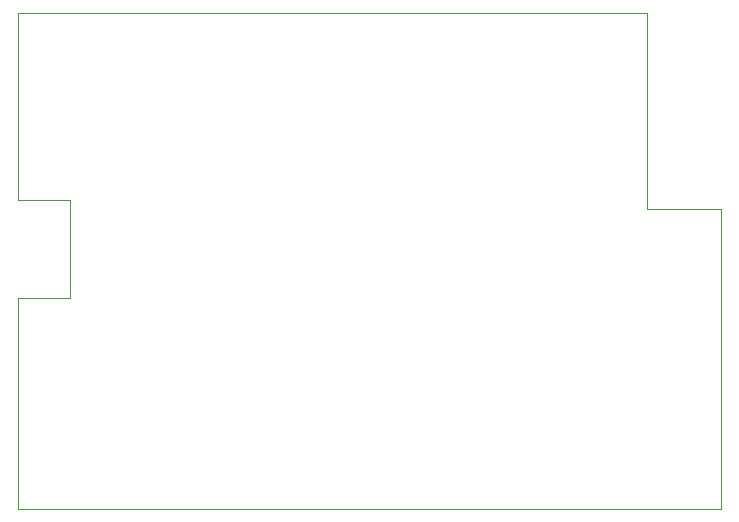
<source format=gko>
G04 ---------------------------- Layer name :KeepOutLayer*
G04 EasyEDA v5.7.22, Tue, 28 Aug 2018 07:39:09 GMT*
G04 bfd24f9e386c429bb71d77877026fdf2*
G04 Gerber Generator version 0.2*
G04 Scale: 100 percent, Rotated: No, Reflected: No *
G04 Dimensions in inches *
G04 leading zeros omitted , absolute positions ,2 integer and 4 decimal *
%FSLAX24Y24*%
%MOIN*%
G90*
G70D02*

%ADD10C,0.003000*%
G54D10*
G01X23426Y0D02*
G01X0Y0D01*
G01X0Y7034D01*
G01X1741Y7038D01*
G01X1741Y10317D01*
G01X0Y10315D01*
G01X0Y16534D01*
G01X20431Y16534D01*
G01X20971Y16534D01*
G01X20971Y10007D01*
G01X23426Y10009D01*
G01X23426Y0D01*

%LPD*%
M00*
M02*

</source>
